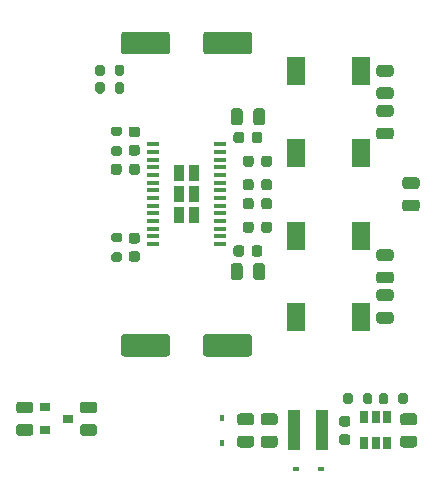
<source format=gbr>
%TF.GenerationSoftware,KiCad,Pcbnew,5.1.9-73d0e3b20d~88~ubuntu20.04.1*%
%TF.CreationDate,2021-06-05T19:46:01+02:00*%
%TF.ProjectId,pooky,706f6f6b-792e-46b6-9963-61645f706362,v1.00*%
%TF.SameCoordinates,Original*%
%TF.FileFunction,Paste,Top*%
%TF.FilePolarity,Positive*%
%FSLAX46Y46*%
G04 Gerber Fmt 4.6, Leading zero omitted, Abs format (unit mm)*
G04 Created by KiCad (PCBNEW 5.1.9-73d0e3b20d~88~ubuntu20.04.1) date 2021-06-05 19:46:01*
%MOMM*%
%LPD*%
G01*
G04 APERTURE LIST*
%ADD10R,0.980000X3.400000*%
%ADD11R,0.600000X0.450000*%
%ADD12R,0.450000X0.600000*%
%ADD13R,1.500000X2.400000*%
%ADD14R,1.100000X0.400000*%
%ADD15R,0.900000X1.400000*%
%ADD16R,0.650000X1.060000*%
%ADD17R,0.900000X0.800000*%
G04 APERTURE END LIST*
D10*
%TO.C,L5*%
X180485000Y-120000000D03*
X178115000Y-120000000D03*
%TD*%
%TO.C,C1*%
G36*
G01*
X175325000Y-97450000D02*
X175325000Y-96950000D01*
G75*
G02*
X175550000Y-96725000I225000J0D01*
G01*
X176000000Y-96725000D01*
G75*
G02*
X176225000Y-96950000I0J-225000D01*
G01*
X176225000Y-97450000D01*
G75*
G02*
X176000000Y-97675000I-225000J0D01*
G01*
X175550000Y-97675000D01*
G75*
G02*
X175325000Y-97450000I0J225000D01*
G01*
G37*
G36*
G01*
X173775000Y-97450000D02*
X173775000Y-96950000D01*
G75*
G02*
X174000000Y-96725000I225000J0D01*
G01*
X174450000Y-96725000D01*
G75*
G02*
X174675000Y-96950000I0J-225000D01*
G01*
X174675000Y-97450000D01*
G75*
G02*
X174450000Y-97675000I-225000J0D01*
G01*
X174000000Y-97675000D01*
G75*
G02*
X173775000Y-97450000I0J225000D01*
G01*
G37*
%TD*%
%TO.C,C2*%
G36*
G01*
X175325000Y-103050000D02*
X175325000Y-102550000D01*
G75*
G02*
X175550000Y-102325000I225000J0D01*
G01*
X176000000Y-102325000D01*
G75*
G02*
X176225000Y-102550000I0J-225000D01*
G01*
X176225000Y-103050000D01*
G75*
G02*
X176000000Y-103275000I-225000J0D01*
G01*
X175550000Y-103275000D01*
G75*
G02*
X175325000Y-103050000I0J225000D01*
G01*
G37*
G36*
G01*
X173775000Y-103050000D02*
X173775000Y-102550000D01*
G75*
G02*
X174000000Y-102325000I225000J0D01*
G01*
X174450000Y-102325000D01*
G75*
G02*
X174675000Y-102550000I0J-225000D01*
G01*
X174675000Y-103050000D01*
G75*
G02*
X174450000Y-103275000I-225000J0D01*
G01*
X174000000Y-103275000D01*
G75*
G02*
X173775000Y-103050000I0J225000D01*
G01*
G37*
%TD*%
%TO.C,C3*%
G36*
G01*
X173775000Y-99450000D02*
X173775000Y-98950000D01*
G75*
G02*
X174000000Y-98725000I225000J0D01*
G01*
X174450000Y-98725000D01*
G75*
G02*
X174675000Y-98950000I0J-225000D01*
G01*
X174675000Y-99450000D01*
G75*
G02*
X174450000Y-99675000I-225000J0D01*
G01*
X174000000Y-99675000D01*
G75*
G02*
X173775000Y-99450000I0J225000D01*
G01*
G37*
G36*
G01*
X175325000Y-99450000D02*
X175325000Y-98950000D01*
G75*
G02*
X175550000Y-98725000I225000J0D01*
G01*
X176000000Y-98725000D01*
G75*
G02*
X176225000Y-98950000I0J-225000D01*
G01*
X176225000Y-99450000D01*
G75*
G02*
X176000000Y-99675000I-225000J0D01*
G01*
X175550000Y-99675000D01*
G75*
G02*
X175325000Y-99450000I0J225000D01*
G01*
G37*
%TD*%
%TO.C,C4*%
G36*
G01*
X175325000Y-101050000D02*
X175325000Y-100550000D01*
G75*
G02*
X175550000Y-100325000I225000J0D01*
G01*
X176000000Y-100325000D01*
G75*
G02*
X176225000Y-100550000I0J-225000D01*
G01*
X176225000Y-101050000D01*
G75*
G02*
X176000000Y-101275000I-225000J0D01*
G01*
X175550000Y-101275000D01*
G75*
G02*
X175325000Y-101050000I0J225000D01*
G01*
G37*
G36*
G01*
X173775000Y-101050000D02*
X173775000Y-100550000D01*
G75*
G02*
X174000000Y-100325000I225000J0D01*
G01*
X174450000Y-100325000D01*
G75*
G02*
X174675000Y-100550000I0J-225000D01*
G01*
X174675000Y-101050000D01*
G75*
G02*
X174450000Y-101275000I-225000J0D01*
G01*
X174000000Y-101275000D01*
G75*
G02*
X173775000Y-101050000I0J225000D01*
G01*
G37*
%TD*%
%TO.C,C5*%
G36*
G01*
X186275000Y-90050000D02*
X185325000Y-90050000D01*
G75*
G02*
X185075000Y-89800000I0J250000D01*
G01*
X185075000Y-89300000D01*
G75*
G02*
X185325000Y-89050000I250000J0D01*
G01*
X186275000Y-89050000D01*
G75*
G02*
X186525000Y-89300000I0J-250000D01*
G01*
X186525000Y-89800000D01*
G75*
G02*
X186275000Y-90050000I-250000J0D01*
G01*
G37*
G36*
G01*
X186275000Y-91950000D02*
X185325000Y-91950000D01*
G75*
G02*
X185075000Y-91700000I0J250000D01*
G01*
X185075000Y-91200000D01*
G75*
G02*
X185325000Y-90950000I250000J0D01*
G01*
X186275000Y-90950000D01*
G75*
G02*
X186525000Y-91200000I0J-250000D01*
G01*
X186525000Y-91700000D01*
G75*
G02*
X186275000Y-91950000I-250000J0D01*
G01*
G37*
%TD*%
%TO.C,C6*%
G36*
G01*
X186275000Y-93450000D02*
X185325000Y-93450000D01*
G75*
G02*
X185075000Y-93200000I0J250000D01*
G01*
X185075000Y-92700000D01*
G75*
G02*
X185325000Y-92450000I250000J0D01*
G01*
X186275000Y-92450000D01*
G75*
G02*
X186525000Y-92700000I0J-250000D01*
G01*
X186525000Y-93200000D01*
G75*
G02*
X186275000Y-93450000I-250000J0D01*
G01*
G37*
G36*
G01*
X186275000Y-95350000D02*
X185325000Y-95350000D01*
G75*
G02*
X185075000Y-95100000I0J250000D01*
G01*
X185075000Y-94600000D01*
G75*
G02*
X185325000Y-94350000I250000J0D01*
G01*
X186275000Y-94350000D01*
G75*
G02*
X186525000Y-94600000I0J-250000D01*
G01*
X186525000Y-95100000D01*
G75*
G02*
X186275000Y-95350000I-250000J0D01*
G01*
G37*
%TD*%
%TO.C,C7*%
G36*
G01*
X186275000Y-107550000D02*
X185325000Y-107550000D01*
G75*
G02*
X185075000Y-107300000I0J250000D01*
G01*
X185075000Y-106800000D01*
G75*
G02*
X185325000Y-106550000I250000J0D01*
G01*
X186275000Y-106550000D01*
G75*
G02*
X186525000Y-106800000I0J-250000D01*
G01*
X186525000Y-107300000D01*
G75*
G02*
X186275000Y-107550000I-250000J0D01*
G01*
G37*
G36*
G01*
X186275000Y-105650000D02*
X185325000Y-105650000D01*
G75*
G02*
X185075000Y-105400000I0J250000D01*
G01*
X185075000Y-104900000D01*
G75*
G02*
X185325000Y-104650000I250000J0D01*
G01*
X186275000Y-104650000D01*
G75*
G02*
X186525000Y-104900000I0J-250000D01*
G01*
X186525000Y-105400000D01*
G75*
G02*
X186275000Y-105650000I-250000J0D01*
G01*
G37*
%TD*%
%TO.C,C8*%
G36*
G01*
X186275000Y-110950000D02*
X185325000Y-110950000D01*
G75*
G02*
X185075000Y-110700000I0J250000D01*
G01*
X185075000Y-110200000D01*
G75*
G02*
X185325000Y-109950000I250000J0D01*
G01*
X186275000Y-109950000D01*
G75*
G02*
X186525000Y-110200000I0J-250000D01*
G01*
X186525000Y-110700000D01*
G75*
G02*
X186275000Y-110950000I-250000J0D01*
G01*
G37*
G36*
G01*
X186275000Y-109050000D02*
X185325000Y-109050000D01*
G75*
G02*
X185075000Y-108800000I0J250000D01*
G01*
X185075000Y-108300000D01*
G75*
G02*
X185325000Y-108050000I250000J0D01*
G01*
X186275000Y-108050000D01*
G75*
G02*
X186525000Y-108300000I0J-250000D01*
G01*
X186525000Y-108800000D01*
G75*
G02*
X186275000Y-109050000I-250000J0D01*
G01*
G37*
%TD*%
%TO.C,C9*%
G36*
G01*
X172975000Y-95450000D02*
X172975000Y-94950000D01*
G75*
G02*
X173200000Y-94725000I225000J0D01*
G01*
X173650000Y-94725000D01*
G75*
G02*
X173875000Y-94950000I0J-225000D01*
G01*
X173875000Y-95450000D01*
G75*
G02*
X173650000Y-95675000I-225000J0D01*
G01*
X173200000Y-95675000D01*
G75*
G02*
X172975000Y-95450000I0J225000D01*
G01*
G37*
G36*
G01*
X174525000Y-95450000D02*
X174525000Y-94950000D01*
G75*
G02*
X174750000Y-94725000I225000J0D01*
G01*
X175200000Y-94725000D01*
G75*
G02*
X175425000Y-94950000I0J-225000D01*
G01*
X175425000Y-95450000D01*
G75*
G02*
X175200000Y-95675000I-225000J0D01*
G01*
X174750000Y-95675000D01*
G75*
G02*
X174525000Y-95450000I0J225000D01*
G01*
G37*
%TD*%
%TO.C,C10*%
G36*
G01*
X172975000Y-105050000D02*
X172975000Y-104550000D01*
G75*
G02*
X173200000Y-104325000I225000J0D01*
G01*
X173650000Y-104325000D01*
G75*
G02*
X173875000Y-104550000I0J-225000D01*
G01*
X173875000Y-105050000D01*
G75*
G02*
X173650000Y-105275000I-225000J0D01*
G01*
X173200000Y-105275000D01*
G75*
G02*
X172975000Y-105050000I0J225000D01*
G01*
G37*
G36*
G01*
X174525000Y-105050000D02*
X174525000Y-104550000D01*
G75*
G02*
X174750000Y-104325000I225000J0D01*
G01*
X175200000Y-104325000D01*
G75*
G02*
X175425000Y-104550000I0J-225000D01*
G01*
X175425000Y-105050000D01*
G75*
G02*
X175200000Y-105275000I-225000J0D01*
G01*
X174750000Y-105275000D01*
G75*
G02*
X174525000Y-105050000I0J225000D01*
G01*
G37*
%TD*%
%TO.C,C11*%
G36*
G01*
X172750000Y-93925000D02*
X172750000Y-92975000D01*
G75*
G02*
X173000000Y-92725000I250000J0D01*
G01*
X173500000Y-92725000D01*
G75*
G02*
X173750000Y-92975000I0J-250000D01*
G01*
X173750000Y-93925000D01*
G75*
G02*
X173500000Y-94175000I-250000J0D01*
G01*
X173000000Y-94175000D01*
G75*
G02*
X172750000Y-93925000I0J250000D01*
G01*
G37*
G36*
G01*
X174650000Y-93925000D02*
X174650000Y-92975000D01*
G75*
G02*
X174900000Y-92725000I250000J0D01*
G01*
X175400000Y-92725000D01*
G75*
G02*
X175650000Y-92975000I0J-250000D01*
G01*
X175650000Y-93925000D01*
G75*
G02*
X175400000Y-94175000I-250000J0D01*
G01*
X174900000Y-94175000D01*
G75*
G02*
X174650000Y-93925000I0J250000D01*
G01*
G37*
%TD*%
%TO.C,C12*%
G36*
G01*
X172750000Y-107025000D02*
X172750000Y-106075000D01*
G75*
G02*
X173000000Y-105825000I250000J0D01*
G01*
X173500000Y-105825000D01*
G75*
G02*
X173750000Y-106075000I0J-250000D01*
G01*
X173750000Y-107025000D01*
G75*
G02*
X173500000Y-107275000I-250000J0D01*
G01*
X173000000Y-107275000D01*
G75*
G02*
X172750000Y-107025000I0J250000D01*
G01*
G37*
G36*
G01*
X174650000Y-107025000D02*
X174650000Y-106075000D01*
G75*
G02*
X174900000Y-105825000I250000J0D01*
G01*
X175400000Y-105825000D01*
G75*
G02*
X175650000Y-106075000I0J-250000D01*
G01*
X175650000Y-107025000D01*
G75*
G02*
X175400000Y-107275000I-250000J0D01*
G01*
X174900000Y-107275000D01*
G75*
G02*
X174650000Y-107025000I0J250000D01*
G01*
G37*
%TD*%
%TO.C,C13*%
G36*
G01*
X187525000Y-98550000D02*
X188475000Y-98550000D01*
G75*
G02*
X188725000Y-98800000I0J-250000D01*
G01*
X188725000Y-99300000D01*
G75*
G02*
X188475000Y-99550000I-250000J0D01*
G01*
X187525000Y-99550000D01*
G75*
G02*
X187275000Y-99300000I0J250000D01*
G01*
X187275000Y-98800000D01*
G75*
G02*
X187525000Y-98550000I250000J0D01*
G01*
G37*
G36*
G01*
X187525000Y-100450000D02*
X188475000Y-100450000D01*
G75*
G02*
X188725000Y-100700000I0J-250000D01*
G01*
X188725000Y-101200000D01*
G75*
G02*
X188475000Y-101450000I-250000J0D01*
G01*
X187525000Y-101450000D01*
G75*
G02*
X187275000Y-101200000I0J250000D01*
G01*
X187275000Y-100700000D01*
G75*
G02*
X187525000Y-100450000I250000J0D01*
G01*
G37*
%TD*%
%TO.C,C14*%
G36*
G01*
X188275000Y-119550000D02*
X187325000Y-119550000D01*
G75*
G02*
X187075000Y-119300000I0J250000D01*
G01*
X187075000Y-118800000D01*
G75*
G02*
X187325000Y-118550000I250000J0D01*
G01*
X188275000Y-118550000D01*
G75*
G02*
X188525000Y-118800000I0J-250000D01*
G01*
X188525000Y-119300000D01*
G75*
G02*
X188275000Y-119550000I-250000J0D01*
G01*
G37*
G36*
G01*
X188275000Y-121450000D02*
X187325000Y-121450000D01*
G75*
G02*
X187075000Y-121200000I0J250000D01*
G01*
X187075000Y-120700000D01*
G75*
G02*
X187325000Y-120450000I250000J0D01*
G01*
X188275000Y-120450000D01*
G75*
G02*
X188525000Y-120700000I0J-250000D01*
G01*
X188525000Y-121200000D01*
G75*
G02*
X188275000Y-121450000I-250000J0D01*
G01*
G37*
%TD*%
%TO.C,C16*%
G36*
G01*
X155775000Y-118550000D02*
X154825000Y-118550000D01*
G75*
G02*
X154575000Y-118300000I0J250000D01*
G01*
X154575000Y-117800000D01*
G75*
G02*
X154825000Y-117550000I250000J0D01*
G01*
X155775000Y-117550000D01*
G75*
G02*
X156025000Y-117800000I0J-250000D01*
G01*
X156025000Y-118300000D01*
G75*
G02*
X155775000Y-118550000I-250000J0D01*
G01*
G37*
G36*
G01*
X155775000Y-120450000D02*
X154825000Y-120450000D01*
G75*
G02*
X154575000Y-120200000I0J250000D01*
G01*
X154575000Y-119700000D01*
G75*
G02*
X154825000Y-119450000I250000J0D01*
G01*
X155775000Y-119450000D01*
G75*
G02*
X156025000Y-119700000I0J-250000D01*
G01*
X156025000Y-120200000D01*
G75*
G02*
X155775000Y-120450000I-250000J0D01*
G01*
G37*
%TD*%
%TO.C,C17*%
G36*
G01*
X182150000Y-120325000D02*
X182650000Y-120325000D01*
G75*
G02*
X182875000Y-120550000I0J-225000D01*
G01*
X182875000Y-121000000D01*
G75*
G02*
X182650000Y-121225000I-225000J0D01*
G01*
X182150000Y-121225000D01*
G75*
G02*
X181925000Y-121000000I0J225000D01*
G01*
X181925000Y-120550000D01*
G75*
G02*
X182150000Y-120325000I225000J0D01*
G01*
G37*
G36*
G01*
X182150000Y-118775000D02*
X182650000Y-118775000D01*
G75*
G02*
X182875000Y-119000000I0J-225000D01*
G01*
X182875000Y-119450000D01*
G75*
G02*
X182650000Y-119675000I-225000J0D01*
G01*
X182150000Y-119675000D01*
G75*
G02*
X181925000Y-119450000I0J225000D01*
G01*
X181925000Y-119000000D01*
G75*
G02*
X182150000Y-118775000I225000J0D01*
G01*
G37*
%TD*%
%TO.C,C18*%
G36*
G01*
X173525000Y-120450000D02*
X174475000Y-120450000D01*
G75*
G02*
X174725000Y-120700000I0J-250000D01*
G01*
X174725000Y-121200000D01*
G75*
G02*
X174475000Y-121450000I-250000J0D01*
G01*
X173525000Y-121450000D01*
G75*
G02*
X173275000Y-121200000I0J250000D01*
G01*
X173275000Y-120700000D01*
G75*
G02*
X173525000Y-120450000I250000J0D01*
G01*
G37*
G36*
G01*
X173525000Y-118550000D02*
X174475000Y-118550000D01*
G75*
G02*
X174725000Y-118800000I0J-250000D01*
G01*
X174725000Y-119300000D01*
G75*
G02*
X174475000Y-119550000I-250000J0D01*
G01*
X173525000Y-119550000D01*
G75*
G02*
X173275000Y-119300000I0J250000D01*
G01*
X173275000Y-118800000D01*
G75*
G02*
X173525000Y-118550000I250000J0D01*
G01*
G37*
%TD*%
%TO.C,C19*%
G36*
G01*
X175525000Y-118550000D02*
X176475000Y-118550000D01*
G75*
G02*
X176725000Y-118800000I0J-250000D01*
G01*
X176725000Y-119300000D01*
G75*
G02*
X176475000Y-119550000I-250000J0D01*
G01*
X175525000Y-119550000D01*
G75*
G02*
X175275000Y-119300000I0J250000D01*
G01*
X175275000Y-118800000D01*
G75*
G02*
X175525000Y-118550000I250000J0D01*
G01*
G37*
G36*
G01*
X175525000Y-120450000D02*
X176475000Y-120450000D01*
G75*
G02*
X176725000Y-120700000I0J-250000D01*
G01*
X176725000Y-121200000D01*
G75*
G02*
X176475000Y-121450000I-250000J0D01*
G01*
X175525000Y-121450000D01*
G75*
G02*
X175275000Y-121200000I0J250000D01*
G01*
X175275000Y-120700000D01*
G75*
G02*
X175525000Y-120450000I250000J0D01*
G01*
G37*
%TD*%
%TO.C,C20*%
G36*
G01*
X164330000Y-95825000D02*
X164830000Y-95825000D01*
G75*
G02*
X165055000Y-96050000I0J-225000D01*
G01*
X165055000Y-96500000D01*
G75*
G02*
X164830000Y-96725000I-225000J0D01*
G01*
X164330000Y-96725000D01*
G75*
G02*
X164105000Y-96500000I0J225000D01*
G01*
X164105000Y-96050000D01*
G75*
G02*
X164330000Y-95825000I225000J0D01*
G01*
G37*
G36*
G01*
X164330000Y-94275000D02*
X164830000Y-94275000D01*
G75*
G02*
X165055000Y-94500000I0J-225000D01*
G01*
X165055000Y-94950000D01*
G75*
G02*
X164830000Y-95175000I-225000J0D01*
G01*
X164330000Y-95175000D01*
G75*
G02*
X164105000Y-94950000I0J225000D01*
G01*
X164105000Y-94500000D01*
G75*
G02*
X164330000Y-94275000I225000J0D01*
G01*
G37*
%TD*%
%TO.C,C21*%
G36*
G01*
X162595000Y-98140000D02*
X162595000Y-97640000D01*
G75*
G02*
X162820000Y-97415000I225000J0D01*
G01*
X163270000Y-97415000D01*
G75*
G02*
X163495000Y-97640000I0J-225000D01*
G01*
X163495000Y-98140000D01*
G75*
G02*
X163270000Y-98365000I-225000J0D01*
G01*
X162820000Y-98365000D01*
G75*
G02*
X162595000Y-98140000I0J225000D01*
G01*
G37*
G36*
G01*
X164145000Y-98140000D02*
X164145000Y-97640000D01*
G75*
G02*
X164370000Y-97415000I225000J0D01*
G01*
X164820000Y-97415000D01*
G75*
G02*
X165045000Y-97640000I0J-225000D01*
G01*
X165045000Y-98140000D01*
G75*
G02*
X164820000Y-98365000I-225000J0D01*
G01*
X164370000Y-98365000D01*
G75*
G02*
X164145000Y-98140000I0J225000D01*
G01*
G37*
%TD*%
%TO.C,C22*%
G36*
G01*
X164830000Y-105725000D02*
X164330000Y-105725000D01*
G75*
G02*
X164105000Y-105500000I0J225000D01*
G01*
X164105000Y-105050000D01*
G75*
G02*
X164330000Y-104825000I225000J0D01*
G01*
X164830000Y-104825000D01*
G75*
G02*
X165055000Y-105050000I0J-225000D01*
G01*
X165055000Y-105500000D01*
G75*
G02*
X164830000Y-105725000I-225000J0D01*
G01*
G37*
G36*
G01*
X164830000Y-104175000D02*
X164330000Y-104175000D01*
G75*
G02*
X164105000Y-103950000I0J225000D01*
G01*
X164105000Y-103500000D01*
G75*
G02*
X164330000Y-103275000I225000J0D01*
G01*
X164830000Y-103275000D01*
G75*
G02*
X165055000Y-103500000I0J-225000D01*
G01*
X165055000Y-103950000D01*
G75*
G02*
X164830000Y-104175000I-225000J0D01*
G01*
G37*
%TD*%
%TO.C,C24*%
G36*
G01*
X174550000Y-86500000D02*
X174550000Y-87900000D01*
G75*
G02*
X174300000Y-88150000I-250000J0D01*
G01*
X170650000Y-88150000D01*
G75*
G02*
X170400000Y-87900000I0J250000D01*
G01*
X170400000Y-86500000D01*
G75*
G02*
X170650000Y-86250000I250000J0D01*
G01*
X174300000Y-86250000D01*
G75*
G02*
X174550000Y-86500000I0J-250000D01*
G01*
G37*
G36*
G01*
X167600000Y-86500000D02*
X167600000Y-87900000D01*
G75*
G02*
X167350000Y-88150000I-250000J0D01*
G01*
X163700000Y-88150000D01*
G75*
G02*
X163450000Y-87900000I0J250000D01*
G01*
X163450000Y-86500000D01*
G75*
G02*
X163700000Y-86250000I250000J0D01*
G01*
X167350000Y-86250000D01*
G75*
G02*
X167600000Y-86500000I0J-250000D01*
G01*
G37*
%TD*%
%TO.C,C36*%
G36*
G01*
X167600000Y-112100000D02*
X167600000Y-113500000D01*
G75*
G02*
X167350000Y-113750000I-250000J0D01*
G01*
X163700000Y-113750000D01*
G75*
G02*
X163450000Y-113500000I0J250000D01*
G01*
X163450000Y-112100000D01*
G75*
G02*
X163700000Y-111850000I250000J0D01*
G01*
X167350000Y-111850000D01*
G75*
G02*
X167600000Y-112100000I0J-250000D01*
G01*
G37*
G36*
G01*
X174550000Y-112100000D02*
X174550000Y-113500000D01*
G75*
G02*
X174300000Y-113750000I-250000J0D01*
G01*
X170650000Y-113750000D01*
G75*
G02*
X170400000Y-113500000I0J250000D01*
G01*
X170400000Y-112100000D01*
G75*
G02*
X170650000Y-111850000I250000J0D01*
G01*
X174300000Y-111850000D01*
G75*
G02*
X174550000Y-112100000I0J-250000D01*
G01*
G37*
%TD*%
D11*
%TO.C,D1*%
X178250000Y-123250000D03*
X180350000Y-123250000D03*
%TD*%
D12*
%TO.C,D2*%
X172000000Y-121050000D03*
X172000000Y-118950000D03*
%TD*%
D13*
%TO.C,L1*%
X183750000Y-89600000D03*
X178250000Y-89600000D03*
%TD*%
%TO.C,L2*%
X178250000Y-110400000D03*
X183750000Y-110400000D03*
%TD*%
%TO.C,L3*%
X183750000Y-96500000D03*
X178250000Y-96500000D03*
%TD*%
%TO.C,L4*%
X178250000Y-103500000D03*
X183750000Y-103500000D03*
%TD*%
%TO.C,R1*%
G36*
G01*
X186925000Y-117575000D02*
X186925000Y-117025000D01*
G75*
G02*
X187125000Y-116825000I200000J0D01*
G01*
X187525000Y-116825000D01*
G75*
G02*
X187725000Y-117025000I0J-200000D01*
G01*
X187725000Y-117575000D01*
G75*
G02*
X187525000Y-117775000I-200000J0D01*
G01*
X187125000Y-117775000D01*
G75*
G02*
X186925000Y-117575000I0J200000D01*
G01*
G37*
G36*
G01*
X185275000Y-117575000D02*
X185275000Y-117025000D01*
G75*
G02*
X185475000Y-116825000I200000J0D01*
G01*
X185875000Y-116825000D01*
G75*
G02*
X186075000Y-117025000I0J-200000D01*
G01*
X186075000Y-117575000D01*
G75*
G02*
X185875000Y-117775000I-200000J0D01*
G01*
X185475000Y-117775000D01*
G75*
G02*
X185275000Y-117575000I0J200000D01*
G01*
G37*
%TD*%
%TO.C,R2*%
G36*
G01*
X182275000Y-117575000D02*
X182275000Y-117025000D01*
G75*
G02*
X182475000Y-116825000I200000J0D01*
G01*
X182875000Y-116825000D01*
G75*
G02*
X183075000Y-117025000I0J-200000D01*
G01*
X183075000Y-117575000D01*
G75*
G02*
X182875000Y-117775000I-200000J0D01*
G01*
X182475000Y-117775000D01*
G75*
G02*
X182275000Y-117575000I0J200000D01*
G01*
G37*
G36*
G01*
X183925000Y-117575000D02*
X183925000Y-117025000D01*
G75*
G02*
X184125000Y-116825000I200000J0D01*
G01*
X184525000Y-116825000D01*
G75*
G02*
X184725000Y-117025000I0J-200000D01*
G01*
X184725000Y-117575000D01*
G75*
G02*
X184525000Y-117775000I-200000J0D01*
G01*
X184125000Y-117775000D01*
G75*
G02*
X183925000Y-117575000I0J200000D01*
G01*
G37*
%TD*%
%TO.C,R15*%
G36*
G01*
X163355000Y-96725000D02*
X162805000Y-96725000D01*
G75*
G02*
X162605000Y-96525000I0J200000D01*
G01*
X162605000Y-96125000D01*
G75*
G02*
X162805000Y-95925000I200000J0D01*
G01*
X163355000Y-95925000D01*
G75*
G02*
X163555000Y-96125000I0J-200000D01*
G01*
X163555000Y-96525000D01*
G75*
G02*
X163355000Y-96725000I-200000J0D01*
G01*
G37*
G36*
G01*
X163355000Y-95075000D02*
X162805000Y-95075000D01*
G75*
G02*
X162605000Y-94875000I0J200000D01*
G01*
X162605000Y-94475000D01*
G75*
G02*
X162805000Y-94275000I200000J0D01*
G01*
X163355000Y-94275000D01*
G75*
G02*
X163555000Y-94475000I0J-200000D01*
G01*
X163555000Y-94875000D01*
G75*
G02*
X163355000Y-95075000I-200000J0D01*
G01*
G37*
%TD*%
%TO.C,R23*%
G36*
G01*
X163375000Y-104075000D02*
X162825000Y-104075000D01*
G75*
G02*
X162625000Y-103875000I0J200000D01*
G01*
X162625000Y-103475000D01*
G75*
G02*
X162825000Y-103275000I200000J0D01*
G01*
X163375000Y-103275000D01*
G75*
G02*
X163575000Y-103475000I0J-200000D01*
G01*
X163575000Y-103875000D01*
G75*
G02*
X163375000Y-104075000I-200000J0D01*
G01*
G37*
G36*
G01*
X163375000Y-105725000D02*
X162825000Y-105725000D01*
G75*
G02*
X162625000Y-105525000I0J200000D01*
G01*
X162625000Y-105125000D01*
G75*
G02*
X162825000Y-104925000I200000J0D01*
G01*
X163375000Y-104925000D01*
G75*
G02*
X163575000Y-105125000I0J-200000D01*
G01*
X163575000Y-105525000D01*
G75*
G02*
X163375000Y-105725000I-200000J0D01*
G01*
G37*
%TD*%
D14*
%TO.C,U1*%
X166150000Y-95775000D03*
X166150000Y-96425000D03*
X166150000Y-97075000D03*
X166150000Y-97725000D03*
X166150000Y-98375000D03*
X166150000Y-99025000D03*
X166150000Y-99675000D03*
X166150000Y-100325000D03*
X166150000Y-100975000D03*
X166150000Y-101625000D03*
X166150000Y-102275000D03*
X166150000Y-102925000D03*
X166150000Y-103575000D03*
X166150000Y-104225000D03*
X171850000Y-104225000D03*
X171850000Y-103575000D03*
X171850000Y-102925000D03*
X171850000Y-102275000D03*
X171850000Y-101625000D03*
X171850000Y-100975000D03*
X171850000Y-100325000D03*
X171850000Y-99675000D03*
X171850000Y-99025000D03*
X171850000Y-98375000D03*
X171850000Y-97725000D03*
X171850000Y-97075000D03*
X171850000Y-96425000D03*
X171850000Y-95775000D03*
D15*
X168400000Y-98220000D03*
X169600000Y-98220000D03*
X169600000Y-100000000D03*
X168400000Y-100000000D03*
X169600000Y-101780000D03*
X168400000Y-101780000D03*
%TD*%
D16*
%TO.C,U2*%
X184050000Y-121100000D03*
X185000000Y-121100000D03*
X185950000Y-121100000D03*
X185950000Y-118900000D03*
X184050000Y-118900000D03*
X185000000Y-118900000D03*
%TD*%
D17*
%TO.C,U3*%
X157000000Y-118050000D03*
X157000000Y-119950000D03*
X159000000Y-119000000D03*
%TD*%
%TO.C,R3*%
G36*
G01*
X163725000Y-89225000D02*
X163725000Y-89775000D01*
G75*
G02*
X163525000Y-89975000I-200000J0D01*
G01*
X163125000Y-89975000D01*
G75*
G02*
X162925000Y-89775000I0J200000D01*
G01*
X162925000Y-89225000D01*
G75*
G02*
X163125000Y-89025000I200000J0D01*
G01*
X163525000Y-89025000D01*
G75*
G02*
X163725000Y-89225000I0J-200000D01*
G01*
G37*
G36*
G01*
X162075000Y-89225000D02*
X162075000Y-89775000D01*
G75*
G02*
X161875000Y-89975000I-200000J0D01*
G01*
X161475000Y-89975000D01*
G75*
G02*
X161275000Y-89775000I0J200000D01*
G01*
X161275000Y-89225000D01*
G75*
G02*
X161475000Y-89025000I200000J0D01*
G01*
X161875000Y-89025000D01*
G75*
G02*
X162075000Y-89225000I0J-200000D01*
G01*
G37*
%TD*%
%TO.C,R4*%
G36*
G01*
X162925000Y-91275000D02*
X162925000Y-90725000D01*
G75*
G02*
X163125000Y-90525000I200000J0D01*
G01*
X163525000Y-90525000D01*
G75*
G02*
X163725000Y-90725000I0J-200000D01*
G01*
X163725000Y-91275000D01*
G75*
G02*
X163525000Y-91475000I-200000J0D01*
G01*
X163125000Y-91475000D01*
G75*
G02*
X162925000Y-91275000I0J200000D01*
G01*
G37*
G36*
G01*
X161275000Y-91275000D02*
X161275000Y-90725000D01*
G75*
G02*
X161475000Y-90525000I200000J0D01*
G01*
X161875000Y-90525000D01*
G75*
G02*
X162075000Y-90725000I0J-200000D01*
G01*
X162075000Y-91275000D01*
G75*
G02*
X161875000Y-91475000I-200000J0D01*
G01*
X161475000Y-91475000D01*
G75*
G02*
X161275000Y-91275000I0J200000D01*
G01*
G37*
%TD*%
%TO.C,C15*%
G36*
G01*
X160225000Y-117550000D02*
X161175000Y-117550000D01*
G75*
G02*
X161425000Y-117800000I0J-250000D01*
G01*
X161425000Y-118300000D01*
G75*
G02*
X161175000Y-118550000I-250000J0D01*
G01*
X160225000Y-118550000D01*
G75*
G02*
X159975000Y-118300000I0J250000D01*
G01*
X159975000Y-117800000D01*
G75*
G02*
X160225000Y-117550000I250000J0D01*
G01*
G37*
G36*
G01*
X160225000Y-119450000D02*
X161175000Y-119450000D01*
G75*
G02*
X161425000Y-119700000I0J-250000D01*
G01*
X161425000Y-120200000D01*
G75*
G02*
X161175000Y-120450000I-250000J0D01*
G01*
X160225000Y-120450000D01*
G75*
G02*
X159975000Y-120200000I0J250000D01*
G01*
X159975000Y-119700000D01*
G75*
G02*
X160225000Y-119450000I250000J0D01*
G01*
G37*
%TD*%
M02*

</source>
